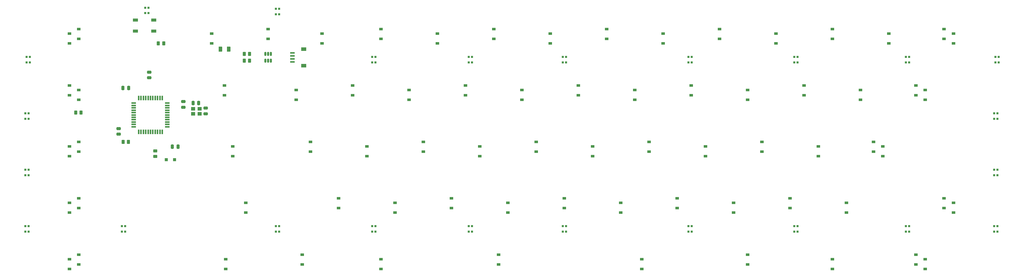
<source format=gbp>
%TF.GenerationSoftware,KiCad,Pcbnew,(6.0.0)*%
%TF.CreationDate,2022-08-07T21:57:51-07:00*%
%TF.ProjectId,IEE,4945452e-6b69-4636-9164-5f7063625858,rev?*%
%TF.SameCoordinates,Original*%
%TF.FileFunction,Paste,Bot*%
%TF.FilePolarity,Positive*%
%FSLAX46Y46*%
G04 Gerber Fmt 4.6, Leading zero omitted, Abs format (unit mm)*
G04 Created by KiCad (PCBNEW (6.0.0)) date 2022-08-07 21:57:51*
%MOMM*%
%LPD*%
G01*
G04 APERTURE LIST*
G04 Aperture macros list*
%AMRoundRect*
0 Rectangle with rounded corners*
0 $1 Rounding radius*
0 $2 $3 $4 $5 $6 $7 $8 $9 X,Y pos of 4 corners*
0 Add a 4 corners polygon primitive as box body*
4,1,4,$2,$3,$4,$5,$6,$7,$8,$9,$2,$3,0*
0 Add four circle primitives for the rounded corners*
1,1,$1+$1,$2,$3*
1,1,$1+$1,$4,$5*
1,1,$1+$1,$6,$7*
1,1,$1+$1,$8,$9*
0 Add four rect primitives between the rounded corners*
20,1,$1+$1,$2,$3,$4,$5,0*
20,1,$1+$1,$4,$5,$6,$7,0*
20,1,$1+$1,$6,$7,$8,$9,0*
20,1,$1+$1,$8,$9,$2,$3,0*%
G04 Aperture macros list end*
%ADD10R,1.100000X1.100000*%
%ADD11RoundRect,0.250000X-0.450000X0.262500X-0.450000X-0.262500X0.450000X-0.262500X0.450000X0.262500X0*%
%ADD12R,1.200000X0.900000*%
%ADD13RoundRect,0.250000X0.375000X0.625000X-0.375000X0.625000X-0.375000X-0.625000X0.375000X-0.625000X0*%
%ADD14R,0.700000X0.700000*%
%ADD15RoundRect,0.250000X-0.475000X0.250000X-0.475000X-0.250000X0.475000X-0.250000X0.475000X0.250000X0*%
%ADD16RoundRect,0.250000X-0.250000X-0.475000X0.250000X-0.475000X0.250000X0.475000X-0.250000X0.475000X0*%
%ADD17RoundRect,0.250000X0.262500X0.450000X-0.262500X0.450000X-0.262500X-0.450000X0.262500X-0.450000X0*%
%ADD18R,1.800000X1.200000*%
%ADD19R,1.550000X0.600000*%
%ADD20RoundRect,0.250000X0.475000X-0.250000X0.475000X0.250000X-0.475000X0.250000X-0.475000X-0.250000X0*%
%ADD21R,1.400000X1.200000*%
%ADD22RoundRect,0.250000X0.250000X0.475000X-0.250000X0.475000X-0.250000X-0.475000X0.250000X-0.475000X0*%
%ADD23R,1.800000X1.100000*%
%ADD24RoundRect,0.150000X0.150000X-0.512500X0.150000X0.512500X-0.150000X0.512500X-0.150000X-0.512500X0*%
%ADD25R,0.550000X1.500000*%
%ADD26R,1.500000X0.550000*%
%ADD27RoundRect,0.250000X-0.262500X-0.450000X0.262500X-0.450000X0.262500X0.450000X-0.262500X0.450000X0*%
G04 APERTURE END LIST*
D10*
%TO.C,D75*%
X43468750Y-43259375D03*
X40668750Y-43259375D03*
%TD*%
D11*
%TO.C,R6*%
X36909375Y-40362500D03*
X36909375Y-42187500D03*
%TD*%
D12*
%TO.C,D54*%
X236934375Y-23081250D03*
X236934375Y-19781250D03*
%TD*%
D13*
%TO.C,F1*%
X61725000Y-5953125D03*
X58925000Y-5953125D03*
%TD*%
D14*
%TO.C,U25*%
X290359375Y-8610000D03*
X291459375Y-8610000D03*
X291459375Y-10440000D03*
X290359375Y-10440000D03*
%TD*%
%TO.C,U23*%
X33581250Y8058750D03*
X34681250Y8058750D03*
X34681250Y6228750D03*
X33581250Y6228750D03*
%TD*%
D12*
%TO.C,D10*%
X11112500Y-78643750D03*
X11112500Y-75343750D03*
%TD*%
D14*
%TO.C,U11*%
X174471875Y-8610000D03*
X175571875Y-8610000D03*
X175571875Y-10440000D03*
X174471875Y-10440000D03*
%TD*%
D12*
%TO.C,D28*%
X127396875Y-40543750D03*
X127396875Y-37243750D03*
%TD*%
%TO.C,D61*%
X270271875Y-61181250D03*
X270271875Y-57881250D03*
%TD*%
D15*
%TO.C,C1*%
X53975000Y-25881250D03*
X53975000Y-27781250D03*
%TD*%
D12*
%TO.C,D48*%
X208359375Y-4031250D03*
X208359375Y-731250D03*
%TD*%
D14*
%TO.C,U8*%
X216937500Y-8610000D03*
X218037500Y-8610000D03*
X218037500Y-10440000D03*
X216937500Y-10440000D03*
%TD*%
%TO.C,U12*%
X25643750Y-65760000D03*
X26743750Y-65760000D03*
X26743750Y-67590000D03*
X25643750Y-67590000D03*
%TD*%
D12*
%TO.C,D71*%
X296862500Y-80231250D03*
X296862500Y-76931250D03*
%TD*%
D14*
%TO.C,U14*%
X142721875Y-8610000D03*
X143821875Y-8610000D03*
X143821875Y-10440000D03*
X142721875Y-10440000D03*
%TD*%
D12*
%TO.C,D11*%
X55959375Y-4031250D03*
X55959375Y-731250D03*
%TD*%
%TO.C,D35*%
X151209375Y-2443750D03*
X151209375Y856250D03*
%TD*%
%TO.C,D74*%
X306387500Y-4031250D03*
X306387500Y-731250D03*
%TD*%
%TO.C,D58*%
X246459375Y-4031250D03*
X246459375Y-731250D03*
%TD*%
%TO.C,D25*%
X113109375Y-80231250D03*
X113109375Y-76931250D03*
%TD*%
%TO.C,D60*%
X260746875Y-42131250D03*
X260746875Y-38831250D03*
%TD*%
%TO.C,D59*%
X255984375Y-21493750D03*
X255984375Y-18193750D03*
%TD*%
%TO.C,D14*%
X67468750Y-61181250D03*
X67468750Y-57881250D03*
%TD*%
%TO.C,D33*%
X146446875Y-42131250D03*
X146446875Y-38831250D03*
%TD*%
%TO.C,D13*%
X63103125Y-42131250D03*
X63103125Y-38831250D03*
%TD*%
D16*
%TO.C,C5*%
X42706250Y-38893750D03*
X44606250Y-38893750D03*
%TD*%
D12*
%TO.C,D70*%
X306387500Y-61181250D03*
X306387500Y-57881250D03*
%TD*%
D17*
%TO.C,R4*%
X27900000Y-37306250D03*
X26075000Y-37306250D03*
%TD*%
D12*
%TO.C,D1*%
X7937500Y-4031250D03*
X7937500Y-731250D03*
%TD*%
%TO.C,D3*%
X7937500Y-42131250D03*
X7937500Y-38831250D03*
%TD*%
%TO.C,D41*%
X184546875Y-42131250D03*
X184546875Y-38831250D03*
%TD*%
%TO.C,D37*%
X165496875Y-40543750D03*
X165496875Y-37243750D03*
%TD*%
D14*
%TO.C,U6*%
X-6900000Y-46710000D03*
X-5800000Y-46710000D03*
X-5800000Y-48540000D03*
X-6900000Y-48540000D03*
%TD*%
%TO.C,U13*%
X320125000Y-65760000D03*
X321225000Y-65760000D03*
X321225000Y-67590000D03*
X320125000Y-67590000D03*
%TD*%
D12*
%TO.C,D2*%
X7937500Y-21493750D03*
X7937500Y-18193750D03*
%TD*%
%TO.C,D6*%
X11112500Y-2443750D03*
X11112500Y856250D03*
%TD*%
%TO.C,D36*%
X160734375Y-23081250D03*
X160734375Y-19781250D03*
%TD*%
%TO.C,D65*%
X279400000Y-40543750D03*
X279400000Y-37243750D03*
%TD*%
%TO.C,D8*%
X11112500Y-40543750D03*
X11112500Y-37243750D03*
%TD*%
%TO.C,D45*%
X198834375Y-23081250D03*
X198834375Y-19781250D03*
%TD*%
D14*
%TO.C,U3*%
X-6900000Y-27660000D03*
X-5800000Y-27660000D03*
X-5800000Y-29490000D03*
X-6900000Y-29490000D03*
%TD*%
D12*
%TO.C,D18*%
X89296875Y-40543750D03*
X89296875Y-37243750D03*
%TD*%
%TO.C,D16*%
X75009375Y-2443750D03*
X75009375Y856250D03*
%TD*%
D18*
%TO.C,J1*%
X87078125Y-11531250D03*
X87078125Y-5931250D03*
D19*
X83203125Y-7231250D03*
X83203125Y-8231250D03*
X83203125Y-9231250D03*
X83203125Y-10231250D03*
%TD*%
D12*
%TO.C,D31*%
X132159375Y-4031250D03*
X132159375Y-731250D03*
%TD*%
%TO.C,D26*%
X113109375Y-2443750D03*
X113109375Y856250D03*
%TD*%
%TO.C,D20*%
X86518750Y-78643750D03*
X86518750Y-75343750D03*
%TD*%
%TO.C,D69*%
X282575000Y-42131250D03*
X282575000Y-38831250D03*
%TD*%
D14*
%TO.C,U18*%
X110178125Y-65760000D03*
X111278125Y-65760000D03*
X111278125Y-67590000D03*
X110178125Y-67590000D03*
%TD*%
D15*
%TO.C,C6*%
X46434375Y-23656250D03*
X46434375Y-25556250D03*
%TD*%
D14*
%TO.C,U4*%
X216937500Y-65760000D03*
X218037500Y-65760000D03*
X218037500Y-67590000D03*
X216937500Y-67590000D03*
%TD*%
%TO.C,U9*%
X-6900000Y-65760000D03*
X-5800000Y-65760000D03*
X-5800000Y-67590000D03*
X-6900000Y-67590000D03*
%TD*%
%TO.C,U22*%
X320521875Y-8610000D03*
X321621875Y-8610000D03*
X321621875Y-10440000D03*
X320521875Y-10440000D03*
%TD*%
D12*
%TO.C,D44*%
X189309375Y-2443750D03*
X189309375Y856250D03*
%TD*%
%TO.C,D15*%
X60721875Y-80231250D03*
X60721875Y-76931250D03*
%TD*%
%TO.C,D53*%
X227409375Y-2443750D03*
X227409375Y856250D03*
%TD*%
D20*
%TO.C,C3*%
X24606250Y-34684375D03*
X24606250Y-32784375D03*
%TD*%
D12*
%TO.C,D51*%
X232171875Y-61181250D03*
X232171875Y-57881250D03*
%TD*%
%TO.C,D24*%
X117871875Y-61181250D03*
X117871875Y-57881250D03*
%TD*%
%TO.C,D30*%
X152796875Y-78643750D03*
X152796875Y-75343750D03*
%TD*%
%TO.C,D49*%
X217884375Y-21493750D03*
X217884375Y-18193750D03*
%TD*%
D21*
%TO.C,Y1*%
X51900000Y-27781250D03*
X49700000Y-27781250D03*
X49700000Y-26081250D03*
X51900000Y-26081250D03*
%TD*%
D12*
%TO.C,D62*%
X293687500Y-78643750D03*
X293687500Y-75343750D03*
%TD*%
D14*
%TO.C,U26*%
X-6503125Y-8610000D03*
X-5403125Y-8610000D03*
X-5403125Y-10440000D03*
X-6503125Y-10440000D03*
%TD*%
D12*
%TO.C,D32*%
X141684375Y-21493750D03*
X141684375Y-18193750D03*
%TD*%
%TO.C,D22*%
X103584375Y-21493750D03*
X103584375Y-18193750D03*
%TD*%
D14*
%TO.C,U19*%
X320125000Y-27660000D03*
X321225000Y-27660000D03*
X321225000Y-29490000D03*
X320125000Y-29490000D03*
%TD*%
D12*
%TO.C,D57*%
X265509375Y-80231250D03*
X265509375Y-76931250D03*
%TD*%
%TO.C,D23*%
X108346875Y-42131250D03*
X108346875Y-38831250D03*
%TD*%
%TO.C,D63*%
X265509375Y-2443750D03*
X265509375Y856250D03*
%TD*%
%TO.C,D55*%
X241696875Y-40543750D03*
X241696875Y-37243750D03*
%TD*%
%TO.C,D17*%
X84534375Y-23081250D03*
X84534375Y-19781250D03*
%TD*%
%TO.C,D68*%
X293687500Y-21493750D03*
X293687500Y-18193750D03*
%TD*%
%TO.C,D38*%
X175021875Y-59593750D03*
X175021875Y-56293750D03*
%TD*%
D15*
%TO.C,C4*%
X34925000Y-13734375D03*
X34925000Y-15634375D03*
%TD*%
D12*
%TO.C,D7*%
X11112500Y-23081250D03*
X11112500Y-19781250D03*
%TD*%
%TO.C,D40*%
X179784375Y-21493750D03*
X179784375Y-18193750D03*
%TD*%
%TO.C,D29*%
X136921875Y-59593750D03*
X136921875Y-56293750D03*
%TD*%
%TO.C,D12*%
X60325000Y-21493750D03*
X60325000Y-18193750D03*
%TD*%
D14*
%TO.C,U15*%
X77634375Y-65760000D03*
X78734375Y-65760000D03*
X78734375Y-67590000D03*
X77634375Y-67590000D03*
%TD*%
D12*
%TO.C,D66*%
X303212500Y-59593750D03*
X303212500Y-56293750D03*
%TD*%
%TO.C,D27*%
X122634375Y-23081250D03*
X122634375Y-19781250D03*
%TD*%
D22*
%TO.C,C7*%
X27937500Y-19050000D03*
X26037500Y-19050000D03*
%TD*%
D17*
%TO.C,R5*%
X11906250Y-27378125D03*
X10081250Y-27378125D03*
%TD*%
D12*
%TO.C,D72*%
X303212500Y-2443750D03*
X303212500Y856250D03*
%TD*%
D14*
%TO.C,U17*%
X110178125Y-8610000D03*
X111278125Y-8610000D03*
X111278125Y-10440000D03*
X110178125Y-10440000D03*
%TD*%
%TO.C,U24*%
X174471875Y-65760000D03*
X175571875Y-65760000D03*
X175571875Y-67590000D03*
X174471875Y-67590000D03*
%TD*%
D12*
%TO.C,D47*%
X213121875Y-59593750D03*
X213121875Y-56293750D03*
%TD*%
%TO.C,D5*%
X7937500Y-80231250D03*
X7937500Y-76931250D03*
%TD*%
D14*
%TO.C,U20*%
X77634375Y7661875D03*
X78734375Y7661875D03*
X78734375Y5831875D03*
X77634375Y5831875D03*
%TD*%
%TO.C,U16*%
X320125000Y-46710000D03*
X321225000Y-46710000D03*
X321225000Y-48540000D03*
X320125000Y-48540000D03*
%TD*%
D23*
%TO.C,SW1*%
X30237500Y134375D03*
X36437500Y3834375D03*
X30237500Y3834375D03*
X36437500Y134375D03*
%TD*%
D12*
%TO.C,D4*%
X7937500Y-61181250D03*
X7937500Y-57881250D03*
%TD*%
%TO.C,D64*%
X275034375Y-23081250D03*
X275034375Y-19781250D03*
%TD*%
%TO.C,D39*%
X170259375Y-4031250D03*
X170259375Y-731250D03*
%TD*%
D14*
%TO.C,U7*%
X252656250Y-65760000D03*
X253756250Y-65760000D03*
X253756250Y-67590000D03*
X252656250Y-67590000D03*
%TD*%
D12*
%TO.C,D9*%
X11112500Y-59593750D03*
X11112500Y-56293750D03*
%TD*%
D22*
%TO.C,C2*%
X51600000Y-24153125D03*
X49700000Y-24153125D03*
%TD*%
D12*
%TO.C,D42*%
X194071875Y-61181250D03*
X194071875Y-57881250D03*
%TD*%
D14*
%TO.C,U21*%
X142721875Y-65760000D03*
X143821875Y-65760000D03*
X143821875Y-67590000D03*
X142721875Y-67590000D03*
%TD*%
D12*
%TO.C,D56*%
X251221875Y-59593750D03*
X251221875Y-56293750D03*
%TD*%
%TO.C,D73*%
X296862500Y-23081250D03*
X296862500Y-19781250D03*
%TD*%
%TO.C,D43*%
X201215625Y-80231250D03*
X201215625Y-76931250D03*
%TD*%
%TO.C,D46*%
X203596875Y-40543750D03*
X203596875Y-37243750D03*
%TD*%
%TO.C,D67*%
X284559375Y-4031250D03*
X284559375Y-731250D03*
%TD*%
D17*
%TO.C,R1*%
X68778125Y-9868750D03*
X66953125Y-9868750D03*
%TD*%
D14*
%TO.C,U5*%
X252656250Y-8610000D03*
X253756250Y-8610000D03*
X253756250Y-10440000D03*
X252656250Y-10440000D03*
%TD*%
D17*
%TO.C,R2*%
X68778125Y-7593750D03*
X66953125Y-7593750D03*
%TD*%
D12*
%TO.C,D50*%
X222646875Y-42131250D03*
X222646875Y-38831250D03*
%TD*%
%TO.C,D34*%
X155971875Y-61181250D03*
X155971875Y-57881250D03*
%TD*%
%TO.C,D21*%
X93265625Y-4031250D03*
X93265625Y-731250D03*
%TD*%
D24*
%TO.C,U2*%
X75959375Y-9868750D03*
X75009375Y-9868750D03*
X74059375Y-9868750D03*
X74059375Y-7593750D03*
X75009375Y-7593750D03*
X75959375Y-7593750D03*
%TD*%
D25*
%TO.C,U1*%
X31321875Y-22478125D03*
X32121875Y-22478125D03*
X32921875Y-22478125D03*
X33721875Y-22478125D03*
X34521875Y-22478125D03*
X35321875Y-22478125D03*
X36121875Y-22478125D03*
X36921875Y-22478125D03*
X37721875Y-22478125D03*
X38521875Y-22478125D03*
X39321875Y-22478125D03*
D26*
X41021875Y-24178125D03*
X41021875Y-24978125D03*
X41021875Y-25778125D03*
X41021875Y-26578125D03*
X41021875Y-27378125D03*
X41021875Y-28178125D03*
X41021875Y-28978125D03*
X41021875Y-29778125D03*
X41021875Y-30578125D03*
X41021875Y-31378125D03*
X41021875Y-32178125D03*
D25*
X39321875Y-33878125D03*
X38521875Y-33878125D03*
X37721875Y-33878125D03*
X36921875Y-33878125D03*
X36121875Y-33878125D03*
X35321875Y-33878125D03*
X34521875Y-33878125D03*
X33721875Y-33878125D03*
X32921875Y-33878125D03*
X32121875Y-33878125D03*
X31321875Y-33878125D03*
D26*
X29621875Y-32178125D03*
X29621875Y-31378125D03*
X29621875Y-30578125D03*
X29621875Y-29778125D03*
X29621875Y-28978125D03*
X29621875Y-28178125D03*
X29621875Y-27378125D03*
X29621875Y-26578125D03*
X29621875Y-25778125D03*
X29621875Y-24978125D03*
X29621875Y-24178125D03*
%TD*%
D12*
%TO.C,D52*%
X236934375Y-78643750D03*
X236934375Y-75343750D03*
%TD*%
D14*
%TO.C,U10*%
X290359375Y-65760000D03*
X291459375Y-65760000D03*
X291459375Y-67590000D03*
X290359375Y-67590000D03*
%TD*%
D27*
%TO.C,R3*%
X37981250Y-3968750D03*
X39806250Y-3968750D03*
%TD*%
D12*
%TO.C,D19*%
X98821875Y-59593750D03*
X98821875Y-56293750D03*
%TD*%
M02*

</source>
